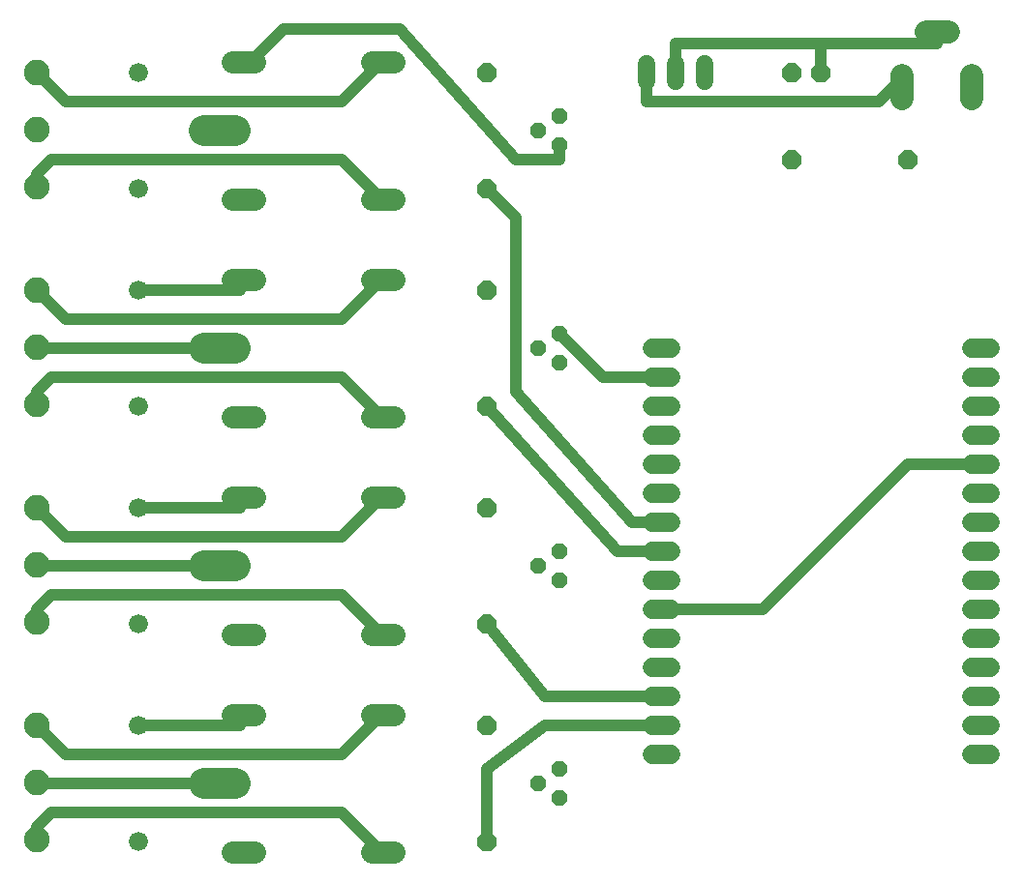
<source format=gbr>
G04 EAGLE Gerber RS-274X export*
G75*
%MOMM*%
%FSLAX34Y34*%
%LPD*%
%INBottom Copper*%
%IPPOS*%
%AMOC8*
5,1,8,0,0,1.08239X$1,22.5*%
G01*
%ADD10C,1.676400*%
%ADD11P,1.429621X8X112.500000*%
%ADD12P,1.814519X8X112.500000*%
%ADD13C,1.676400*%
%ADD14C,1.981200*%
%ADD15C,2.705100*%
%ADD16C,1.524000*%
%ADD17C,2.000000*%
%ADD18C,2.250000*%
%ADD19P,1.814519X8X22.500000*%
%ADD20C,1.000000*%


D10*
X935482Y190500D02*
X918718Y190500D01*
X918718Y215900D02*
X935482Y215900D01*
X935482Y241300D02*
X918718Y241300D01*
X918718Y266700D02*
X935482Y266700D01*
X935482Y292100D02*
X918718Y292100D01*
X918718Y317500D02*
X935482Y317500D01*
X935482Y342900D02*
X918718Y342900D01*
X918718Y368300D02*
X935482Y368300D01*
X935482Y393700D02*
X918718Y393700D01*
X918718Y419100D02*
X935482Y419100D01*
X935482Y444500D02*
X918718Y444500D01*
X918718Y469900D02*
X935482Y469900D01*
X935482Y495300D02*
X918718Y495300D01*
X918718Y520700D02*
X935482Y520700D01*
X935482Y546100D02*
X918718Y546100D01*
X656082Y546100D02*
X639318Y546100D01*
X639318Y520700D02*
X656082Y520700D01*
X656082Y495300D02*
X639318Y495300D01*
X639318Y469900D02*
X656082Y469900D01*
X656082Y444500D02*
X639318Y444500D01*
X639318Y419100D02*
X656082Y419100D01*
X656082Y393700D02*
X639318Y393700D01*
X639318Y368300D02*
X656082Y368300D01*
X656082Y342900D02*
X639318Y342900D01*
X639318Y317500D02*
X656082Y317500D01*
X656082Y292100D02*
X639318Y292100D01*
X639318Y266700D02*
X656082Y266700D01*
X656082Y241300D02*
X639318Y241300D01*
X639318Y215900D02*
X656082Y215900D01*
X656082Y190500D02*
X639318Y190500D01*
D11*
X558800Y749300D03*
X539750Y736600D03*
X558800Y723900D03*
D12*
X495300Y685800D03*
X495300Y787400D03*
D13*
X190500Y787400D03*
X190500Y685800D03*
D14*
X393954Y796544D02*
X413766Y796544D01*
X413766Y676656D02*
X393954Y676656D01*
X291846Y796544D02*
X272034Y796544D01*
X272034Y676656D02*
X291846Y676656D01*
D15*
X274384Y736600D02*
X247333Y736600D01*
D16*
X635000Y779780D02*
X635000Y795020D01*
X660400Y795020D02*
X660400Y779780D01*
X685800Y779780D02*
X685800Y795020D01*
D17*
X858000Y784700D02*
X858000Y764700D01*
X919000Y764700D02*
X919000Y784700D01*
X899000Y822700D02*
X879000Y822700D01*
D18*
X101600Y787400D03*
X101600Y737400D03*
X101600Y687400D03*
D11*
X558800Y558800D03*
X539750Y546100D03*
X558800Y533400D03*
D12*
X495300Y495300D03*
X495300Y596900D03*
D13*
X190500Y596900D03*
X190500Y495300D03*
D14*
X393954Y606044D02*
X413766Y606044D01*
X413766Y486156D02*
X393954Y486156D01*
X291846Y606044D02*
X272034Y606044D01*
X272034Y486156D02*
X291846Y486156D01*
D15*
X274384Y546100D02*
X247333Y546100D01*
D18*
X101600Y596900D03*
X101600Y546900D03*
X101600Y496900D03*
D11*
X558800Y368300D03*
X539750Y355600D03*
X558800Y342900D03*
D12*
X495300Y304800D03*
X495300Y406400D03*
D13*
X190500Y406400D03*
X190500Y304800D03*
D14*
X393954Y415544D02*
X413766Y415544D01*
X413766Y295656D02*
X393954Y295656D01*
X291846Y415544D02*
X272034Y415544D01*
X272034Y295656D02*
X291846Y295656D01*
D15*
X274384Y355600D02*
X247333Y355600D01*
D18*
X101600Y406400D03*
X101600Y356400D03*
X101600Y306400D03*
D11*
X558800Y177800D03*
X539750Y165100D03*
X558800Y152400D03*
D12*
X495300Y114300D03*
X495300Y215900D03*
D13*
X190500Y215900D03*
X190500Y114300D03*
D14*
X393954Y225044D02*
X413766Y225044D01*
X413766Y105156D02*
X393954Y105156D01*
X291846Y225044D02*
X272034Y225044D01*
X272034Y105156D02*
X291846Y105156D01*
D15*
X274384Y165100D02*
X247333Y165100D01*
D18*
X101600Y215900D03*
X101600Y165900D03*
X101600Y115900D03*
D19*
X762000Y787400D03*
X787400Y787400D03*
X762000Y711200D03*
X863600Y711200D03*
D20*
X596900Y520700D02*
X558800Y558800D01*
X596900Y520700D02*
X647700Y520700D01*
X660400Y787400D02*
X660400Y812800D01*
X787400Y812800D02*
X889000Y812800D01*
X787400Y812800D02*
X660400Y812800D01*
X889000Y812800D02*
X889000Y822700D01*
X787400Y812800D02*
X787400Y787400D01*
X736600Y317500D02*
X647700Y317500D01*
X736600Y317500D02*
X863600Y444500D01*
X927100Y444500D01*
X635000Y762000D02*
X635000Y787400D01*
X635000Y762000D02*
X838200Y762000D01*
X850900Y774700D01*
X858000Y774700D01*
X558800Y723900D02*
X558800Y711200D01*
X520700Y711200D01*
X419100Y825500D01*
X317500Y825500D01*
X292100Y800100D01*
X281940Y796544D01*
X368300Y711200D02*
X393700Y685800D01*
X368300Y711200D02*
X114300Y711200D01*
X101600Y698500D01*
X393700Y685800D02*
X403860Y676656D01*
X101600Y687400D02*
X101600Y698500D01*
X368300Y762000D02*
X393700Y787400D01*
X368300Y762000D02*
X127000Y762000D01*
X101600Y787400D01*
X393700Y787400D02*
X403860Y796544D01*
X495300Y177800D02*
X495300Y114300D01*
X495300Y177800D02*
X546100Y215900D01*
X647700Y215900D01*
X546100Y241300D02*
X495300Y304800D01*
X546100Y241300D02*
X647700Y241300D01*
X609600Y368300D02*
X495300Y495300D01*
X609600Y368300D02*
X647700Y368300D01*
X647700Y393700D02*
X622300Y393700D01*
X520700Y508000D01*
X520700Y660400D01*
X495300Y685800D01*
X279400Y596900D02*
X190500Y596900D01*
X279400Y596900D02*
X281940Y606044D01*
X260858Y546100D02*
X101600Y546100D01*
X101600Y546900D01*
X368300Y520700D02*
X393700Y495300D01*
X368300Y520700D02*
X114300Y520700D01*
X101600Y508000D01*
X393700Y495300D02*
X403860Y486156D01*
X101600Y496900D02*
X101600Y508000D01*
X368300Y571500D02*
X393700Y596900D01*
X368300Y571500D02*
X127000Y571500D01*
X101600Y596900D01*
X393700Y596900D02*
X403860Y606044D01*
X279400Y406400D02*
X190500Y406400D01*
X279400Y406400D02*
X281940Y415544D01*
X260858Y355600D02*
X101600Y355600D01*
X101600Y356400D01*
X368300Y330200D02*
X393700Y304800D01*
X368300Y330200D02*
X114300Y330200D01*
X101600Y317500D01*
X393700Y304800D02*
X403860Y295656D01*
X101600Y306400D02*
X101600Y317500D01*
X368300Y381000D02*
X393700Y406400D01*
X368300Y381000D02*
X127000Y381000D01*
X101600Y406400D01*
X393700Y406400D02*
X403860Y415544D01*
X279400Y215900D02*
X190500Y215900D01*
X279400Y215900D02*
X281940Y225044D01*
X260858Y165100D02*
X101600Y165100D01*
X101600Y165900D01*
X368300Y139700D02*
X393700Y114300D01*
X368300Y139700D02*
X114300Y139700D01*
X101600Y127000D01*
X393700Y114300D02*
X403860Y105156D01*
X101600Y115900D02*
X101600Y127000D01*
X368300Y190500D02*
X393700Y215900D01*
X368300Y190500D02*
X127000Y190500D01*
X101600Y215900D01*
X393700Y215900D02*
X403860Y225044D01*
M02*

</source>
